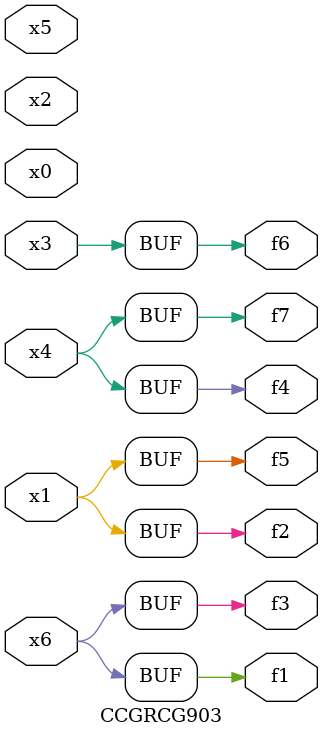
<source format=v>
module CCGRCG903(
	input x0, x1, x2, x3, x4, x5, x6,
	output f1, f2, f3, f4, f5, f6, f7
);
	assign f1 = x6;
	assign f2 = x1;
	assign f3 = x6;
	assign f4 = x4;
	assign f5 = x1;
	assign f6 = x3;
	assign f7 = x4;
endmodule

</source>
